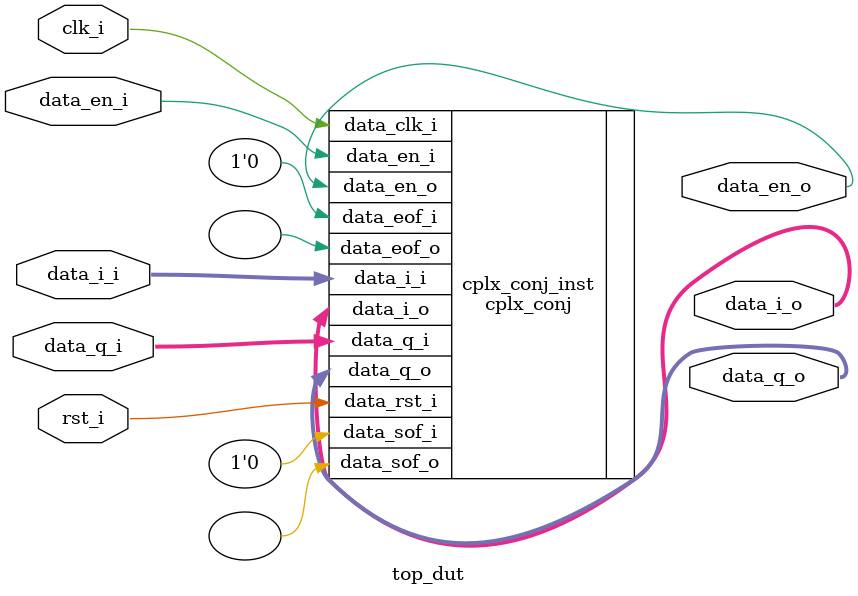
<source format=v>
`timescale 1ns / 100ps

module top_dut (
	input         clk_i,
	input         rst_i,
	input  [15:0] data_i_i,
	input  [15:0] data_q_i,
	input         data_en_i,
	output [15:0] data_i_o,
	output [15:0] data_q_o,
	output        data_en_o

);
	cplx_conj #(.DATA_SIZE(16)
	) cplx_conj_inst (
        .data_clk_i(clk_i), .data_rst_i(rst_i),
		.data_i_i(data_i_i), .data_q_i(data_q_i), .data_en_i(data_en_i),
		.data_eof_i(1'b0), .data_sof_i(1'b0),
		.data_i_o(data_i_o), .data_q_o(data_q_o), .data_en_o(data_en_o),
		.data_eof_o(), .data_sof_o()
	);

`ifdef COCOTB_SIM
	initial begin
		$dumpfile("cplx_conj_simu_tb.vcd");
		$dumpvars(0, top_dut);
		#1;
   end
`endif
endmodule


</source>
